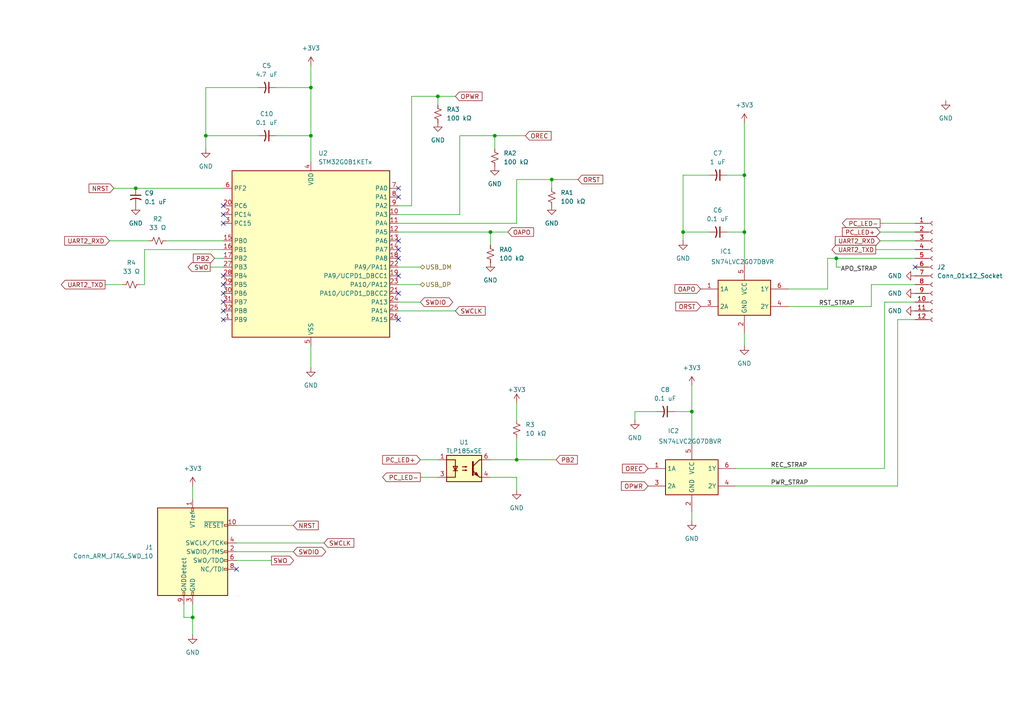
<source format=kicad_sch>
(kicad_sch (version 20250114) (generator "eeschema") (generator_version "9.0")
  (paper "A4")
  (title_block (title "Controller") (date "2025-10-22") (rev "1"))
  (lib_symbols
    (symbol "Connector:Conn_01x12_Socket" (pin_names (offset 1.016) (hide yes))
      (property "Reference" "J" (at 0 15.24 0))
      (property "Value" "Conn_01x12_Socket" (at 0 -17.78 0))
      (symbol "Conn_01x12_Socket_1_1"
        (polyline (pts (xy -1.27 12.7) (xy -0.508 12.7)) (stroke (width 0.1524)))
        (polyline (pts (xy -1.27 10.16) (xy -0.508 10.16)) (stroke (width 0.1524)))
        (polyline (pts (xy -1.27 7.62) (xy -0.508 7.62)) (stroke (width 0.1524)))
        (polyline (pts (xy -1.27 5.08) (xy -0.508 5.08)) (stroke (width 0.1524)))
        (polyline (pts (xy -1.27 2.54) (xy -0.508 2.54)) (stroke (width 0.1524)))
        (polyline (pts (xy -1.27 0) (xy -0.508 0)) (stroke (width 0.1524)))
        (polyline (pts (xy -1.27 -2.54) (xy -0.508 -2.54)) (stroke (width 0.1524)))
        (polyline (pts (xy -1.27 -5.08) (xy -0.508 -5.08)) (stroke (width 0.1524)))
        (polyline (pts (xy -1.27 -7.62) (xy -0.508 -7.62)) (stroke (width 0.1524)))
        (polyline (pts (xy -1.27 -10.16) (xy -0.508 -10.16)) (stroke (width 0.1524)))
        (polyline (pts (xy -1.27 -12.7) (xy -0.508 -12.7)) (stroke (width 0.1524)))
        (polyline (pts (xy -1.27 -15.24) (xy -0.508 -15.24)) (stroke (width 0.1524)))
        (arc (start 0 12.192) (mid -0.5058 12.7) (end 0 13.208) (stroke (width 0.1524)))
        (arc (start 0 9.652) (mid -0.5058 10.16) (end 0 10.668) (stroke (width 0.1524)))
        (arc (start 0 7.112) (mid -0.5058 7.62) (end 0 8.128) (stroke (width 0.1524)))
        (arc (start 0 4.572) (mid -0.5058 5.08) (end 0 5.588) (stroke (width 0.1524)))
        (arc (start 0 2.032) (mid -0.5058 2.54) (end 0 3.048) (stroke (width 0.1524)))
        (arc (start 0 -0.508) (mid -0.5058 0) (end 0 0.508) (stroke (width 0.1524)))
        (arc (start 0 -3.048) (mid -0.5058 -2.54) (end 0 -2.032) (stroke (width 0.1524)))
        (arc (start 0 -5.588) (mid -0.5058 -5.08) (end 0 -4.572) (stroke (width 0.1524)))
        (arc (start 0 -8.128) (mid -0.5058 -7.62) (end 0 -7.112) (stroke (width 0.1524)))
        (arc (start 0 -10.668) (mid -0.5058 -10.16) (end 0 -9.652) (stroke (width 0.1524)))
        (arc (start 0 -13.208) (mid -0.5058 -12.7) (end 0 -12.192) (stroke (width 0.1524)))
        (arc (start 0 -15.748) (mid -0.5058 -15.24) (end 0 -14.732) (stroke (width 0.1524)))
        (pin passive line (at -5.08 12.7 0) (length 3.81) (name "Pin_1") (number "1"))
        (pin passive line (at -5.08 10.16 0) (length 3.81) (name "Pin_2") (number "2"))
        (pin passive line (at -5.08 7.62 0) (length 3.81) (name "Pin_3") (number "3"))
        (pin passive line (at -5.08 5.08 0) (length 3.81) (name "Pin_4") (number "4"))
        (pin passive line (at -5.08 2.54 0) (length 3.81) (name "Pin_5") (number "5"))
        (pin passive line (at -5.08 0 0) (length 3.81) (name "Pin_6") (number "6"))
        (pin passive line (at -5.08 -2.54 0) (length 3.81) (name "Pin_7") (number "7"))
        (pin passive line (at -5.08 -5.08 0) (length 3.81) (name "Pin_8") (number "8"))
        (pin passive line (at -5.08 -7.62 0) (length 3.81) (name "Pin_9") (number "9"))
        (pin passive line (at -5.08 -10.16 0) (length 3.81) (name "Pin_10") (number "10"))
        (pin passive line (at -5.08 -12.7 0) (length 3.81) (name "Pin_11") (number "11"))
        (pin passive line (at -5.08 -15.24 0) (length 3.81) (name "Pin_12") (number "12"))
      )
    )
    (symbol "Connector:Conn_ARM_JTAG_SWD_10" (pin_names (offset 1.016))
      (property "Reference" "J2" (at -11.43 1.2701 0))
      (property "Value" "Conn_ARM_JTAG_SWD_10" (at -11.43 -1.2699 0))
      (symbol "Conn_ARM_JTAG_SWD_10_0_1"
        (rectangle (start -10.16 12.7) (end 10.16 -12.7) (stroke (width 0.254)) (fill (type background)))
        (rectangle (start -2.794 -12.7) (end -2.286 -11.684))
        (rectangle (start -0.254 12.7) (end 0.254 11.684))
        (rectangle (start -0.254 -12.7) (end 0.254 -11.684))
        (rectangle (start 9.144 2.286) (end 10.16 2.794))
        (rectangle (start 10.16 7.874) (end 9.144 7.366))
        (rectangle (start 10.16 -0.254) (end 9.144 0.254))
        (rectangle (start 10.16 -2.794) (end 9.144 -2.286))
      )
      (symbol "Conn_ARM_JTAG_SWD_10_1_1"
        (rectangle (start 9.144 -5.334) (end 10.16 -4.826))
        (pin no_connect line (at -10.16 0 0) (length 2.54) (hide yes) (name "KEY") (number "7"))
        (pin passive line (at -2.54 -15.24 90) (length 2.54) (name "GNDDetect") (number "9"))
        (pin power_in line (at 0 15.24 270) (length 2.54) (name "VTref") (number "1"))
        (pin power_in line (at 0 -15.24 90) (length 2.54) (name "GND") (number "3"))
        (pin passive line (at 0 -15.24 90) (length 2.54) (hide yes) (name "GND") (number "5"))
        (pin open_collector line (at 12.7 7.62 180) (length 2.54) (name "~{RESET}") (number "10"))
        (pin output line (at 12.7 2.54 180) (length 2.54) (name "SWCLK/TCK") (number "4"))
        (pin bidirectional line (at 12.7 0 180) (length 2.54) (name "SWDIO/TMS") (number "2"))
        (pin input line (at 12.7 -2.54 180) (length 2.54) (name "SWO/TDO") (number "6"))
        (pin output line (at 12.7 -5.08 180) (length 2.54) (name "NC/TDI") (number "8"))
      )
    )
    (symbol "Device:C_Small_US" (pin_numbers (hide yes)) (pin_names (offset 0.254) (hide yes))
      (property "Reference" "C" (at 0.254 1.778 0))
      (property "Value" "C_Small_US" (at 0.254 -2.032 0))
      (symbol "C_Small_US_0_1"
        (polyline (pts (xy -1.524 0.508) (xy 1.524 0.508)) (stroke (width 0.3048)))
        (arc (start -1.524 -0.762) (mid 0 -0.3734) (end 1.524 -0.762) (stroke (width 0.3048)))
      )
      (symbol "C_Small_US_1_1"
        (pin passive line (at 0 2.54 270) (length 2.032) (name "~") (number "1"))
        (pin passive line (at 0 -2.54 90) (length 2.032) (name "~") (number "2"))
      )
    )
    (symbol "Device:R_Small_US" (pin_numbers (hide yes)) (pin_names (offset 0.254) (hide yes))
      (property "Reference" "R" (at 0.762 0.508 0))
      (property "Value" "R_Small_US" (at 0.762 -1.016 0))
      (symbol "R_Small_US_1_1"
        (polyline (pts (xy 0 1.524) (xy 1.016 1.143) (xy 0 0.762) (xy -1.016 0.381) (xy 0 0)))
        (polyline (pts (xy 0 0) (xy 1.016 -0.381) (xy 0 -0.762) (xy -1.016 -1.143) (xy 0 -1.524)))
        (pin passive line (at 0 2.54 270) (length 1.016) (name "~") (number "1"))
        (pin passive line (at 0 -2.54 90) (length 1.016) (name "~") (number "2"))
      )
    )
    (symbol "Isolator:TLP185xSE"
      (property "Reference" "U" (at -5.08 5.08 0))
      (property "Value" "TLP185xSE" (at -5.08 -5.08 0))
      (symbol "TLP185xSE_0_1"
        (rectangle (start -5.08 3.81) (end 5.08 -3.81) (stroke (width 0.254)) (fill (type background)))
        (polyline (pts (xy -5.08 -2.54) (xy -2.54 -2.54) (xy -2.54 2.54) (xy -5.08 2.54)) (stroke (width 0.254)))
        (polyline (pts (xy -3.175 -0.635) (xy -1.905 -0.635)) (stroke (width 0.254)))
        (polyline (pts (xy -2.54 -0.635) (xy -3.175 0.635) (xy -1.905 0.635) (xy -2.54 -0.635)) (stroke (width 0.254)))
        (polyline (pts (xy -0.508 0.508) (xy 0.762 0.508) (xy 0.381 0.381) (xy 0.381 0.635) (xy 0.762 0.508)) (stroke (width 0.254)))
        (polyline (pts (xy -0.508 -0.508) (xy 0.762 -0.508) (xy 0.381 -0.635) (xy 0.381 -0.381) (xy 0.762 -0.508)) (stroke (width 0.254)))
        (polyline (pts (xy 2.54 1.905) (xy 2.54 -1.905)) (stroke (width 0.508)))
        (polyline (pts (xy 3.048 -1.651) (xy 3.556 -1.143) (xy 4.064 -2.159) (xy 3.048 -1.651)) (stroke (width 0.254)) (fill (type outline)))
        (polyline (pts (xy 5.08 2.54) (xy 4.445 2.54) (xy 2.54 0.635)) (stroke (width 0.254)))
        (polyline (pts (xy 5.08 -2.54) (xy 4.445 -2.54) (xy 2.54 -0.635)) (stroke (width 0.254)))
      )
      (symbol "TLP185xSE_1_1"
        (pin passive line (at -7.62 2.54 0) (length 2.54) (name "~") (number "1"))
        (pin passive line (at -7.62 -2.54 0) (length 2.54) (name "~") (number "3"))
        (pin passive line (at 7.62 2.54 180) (length 2.54) (name "~") (number "6"))
        (pin passive line (at 7.62 -2.54 180) (length 2.54) (name "~") (number "4"))
      )
    )
    (symbol "MCU_ST_STM32G0:STM32G0B1KETx"
      (property "Reference" "U" (at -22.86 26.67 0))
      (property "Value" "STM32G0B1KETx" (at 2.54 26.67 0))
      (symbol "STM32G0B1KETx_0_1"
        (rectangle (start -22.86 -22.86) (end 22.86 25.4) (stroke (width 0.254)) (fill (type background)))
      )
      (symbol "STM32G0B1KETx_1_1"
        (pin bidirectional line (at -25.4 20.32 0) (length 2.54) (name "PF2") (number "6"))
        (pin bidirectional line (at -25.4 15.24 0) (length 2.54) (name "PC6") (number "20"))
        (pin bidirectional line (at -25.4 12.7 0) (length 2.54) (name "PC14") (number "2"))
        (pin bidirectional line (at -25.4 10.16 0) (length 2.54) (name "PC15") (number "3"))
        (pin bidirectional line (at -25.4 5.08 0) (length 2.54) (name "PB0") (number "15"))
        (pin bidirectional line (at -25.4 2.54 0) (length 2.54) (name "PB1") (number "16"))
        (pin bidirectional line (at -25.4 0 0) (length 2.54) (name "PB2") (number "17"))
        (pin bidirectional line (at -25.4 -2.54 0) (length 2.54) (name "PB3") (number "27"))
        (pin bidirectional line (at -25.4 -5.08 0) (length 2.54) (name "PB4") (number "28"))
        (pin bidirectional line (at -25.4 -7.62 0) (length 2.54) (name "PB5") (number "29"))
        (pin bidirectional line (at -25.4 -10.16 0) (length 2.54) (name "PB6") (number "30"))
        (pin bidirectional line (at -25.4 -12.7 0) (length 2.54) (name "PB7") (number "31"))
        (pin bidirectional line (at -25.4 -15.24 0) (length 2.54) (name "PB8") (number "32"))
        (pin bidirectional line (at -25.4 -17.78 0) (length 2.54) (name "PB9") (number "1"))
        (pin power_in line (at 0 27.94 270) (length 2.54) (name "VDD") (number "4"))
        (pin power_in line (at 0 -25.4 90) (length 2.54) (name "VSS") (number "5"))
        (pin bidirectional line (at 25.4 20.32 180) (length 2.54) (name "PA0") (number "7"))
        (pin bidirectional line (at 25.4 17.78 180) (length 2.54) (name "PA1") (number "8"))
        (pin bidirectional line (at 25.4 15.24 180) (length 2.54) (name "PA2") (number "9"))
        (pin bidirectional line (at 25.4 12.7 180) (length 2.54) (name "PA3") (number "10"))
        (pin bidirectional line (at 25.4 10.16 180) (length 2.54) (name "PA4") (number "11"))
        (pin bidirectional line (at 25.4 7.62 180) (length 2.54) (name "PA5") (number "12"))
        (pin bidirectional line (at 25.4 5.08 180) (length 2.54) (name "PA6") (number "13"))
        (pin bidirectional line (at 25.4 2.54 180) (length 2.54) (name "PA7") (number "14"))
        (pin bidirectional line (at 25.4 0 180) (length 2.54) (name "PA8") (number "18"))
        (pin bidirectional line (at 25.4 -2.54 180) (length 2.54) (name "PA9/PA11") (number "22"))
        (pin bidirectional line (at 25.4 -5.08 180) (length 2.54) (name "PA9/UCPD1_DBCC1") (number "19"))
        (pin bidirectional line (at 25.4 -7.62 180) (length 2.54) (name "PA10/PA12") (number "23"))
        (pin bidirectional line (at 25.4 -10.16 180) (length 2.54) (name "PA10/UCPD1_DBCC2") (number "21"))
        (pin bidirectional line (at 25.4 -12.7 180) (length 2.54) (name "PA13") (number "24"))
        (pin bidirectional line (at 25.4 -15.24 180) (length 2.54) (name "PA14") (number "25"))
        (pin bidirectional line (at 25.4 -17.78 180) (length 2.54) (name "PA15") (number "26"))
      )
    )
    (symbol "SN74LVC2G07DBVR_1"
      (property "Reference" "IC1" (at 7.366 9.906 0))
      (property "Value" "SN74LVC2G07DBVR" (at 12.192 6.858 0))
      (symbol "SN74LVC2G07DBVR_1_1_1"
        (rectangle (start 5.08 2.54) (end 20.32 -7.62) (stroke (width 0.254)) (fill (type background)))
        (pin passive line (at 0 0 0) (length 5.08) (name "1A") (number "1"))
        (pin passive line (at 0 -5.08 0) (length 5.08) (name "2A") (number "3"))
        (pin passive line (at 12.7 7.62 270) (length 5.08) (name "VCC") (number "5"))
        (pin passive line (at 12.7 -12.7 90) (length 5.08) (name "GND") (number "2"))
        (pin passive line (at 25.4 0 180) (length 5.08) (name "1Y") (number "6"))
        (pin passive line (at 25.4 -5.08 180) (length 5.08) (name "2Y") (number "4"))
      )
    )
    (symbol "power:+3V3" (power) (pin_numbers (hide yes)) (pin_names (offset 0) (hide yes))
      (property "Value" "+3V3" (at 0 3.556 0))
      (symbol "+3V3_0_1"
        (polyline (pts (xy -0.762 1.27) (xy 0 2.54)))
        (polyline (pts (xy 0 2.54) (xy 0.762 1.27)))
        (polyline (pts (xy 0 0) (xy 0 2.54)))
      )
      (symbol "+3V3_1_1"
        (pin power_in line (at 0 0 90) (length 0) (name "~") (number "1"))
      )
    )
    (symbol "power:GND" (power) (pin_numbers (hide yes)) (pin_names (offset 0) (hide yes))
      (property "Value" "GND" (at 0 -3.81 0))
      (symbol "GND_0_1"
        (polyline (pts (xy 0 0) (xy 0 -1.27) (xy 1.27 -1.27) (xy 0 -2.54) (xy -1.27 -1.27) (xy 0 -1.27)))
      )
      (symbol "GND_1_1"
        (pin power_in line (at 0 0 270) (length 0) (name "~") (number "1"))
      )
    )
  )
  (junction (at 242.57 74.93))
  (junction (at 90.17 39.37))
  (junction (at 143.51 39.37))
  (junction (at 127 27.94))
  (junction (at 160.02 52.07))
  (junction (at 200.66 119.38))
  (junction (at 149.86 133.35))
  (junction (at 142.24 67.31))
  (junction (at 215.9 50.8))
  (junction (at 55.88 179.07))
  (junction (at 39.37 54.61))
  (junction (at 90.17 25.4))
  (junction (at 215.9 67.31))
  (junction (at 59.69 39.37))
  (junction (at 198.12 67.31))
  (no_connect (at 115.57 72.39))
  (no_connect (at 115.57 54.61))
  (no_connect (at 64.77 80.01))
  (no_connect (at 115.57 57.15))
  (no_connect (at 115.57 69.85))
  (no_connect (at 64.77 62.23))
  (no_connect (at 115.57 92.71))
  (no_connect (at 64.77 59.69))
  (no_connect (at 64.77 92.71))
  (no_connect (at 64.77 87.63))
  (no_connect (at 115.57 80.01))
  (no_connect (at 68.58 165.1))
  (no_connect (at 265.43 77.47))
  (no_connect (at 64.77 64.77))
  (no_connect (at 64.77 85.09))
  (no_connect (at 64.77 90.17))
  (no_connect (at 64.77 82.55))
  (no_connect (at 115.57 85.09))
  (no_connect (at 115.57 74.93))
  (wire (pts (xy 149.86 133.35) (xy 161.29 133.35)))
  (wire (pts (xy 215.9 96.52) (xy 215.9 100.33)))
  (wire (pts (xy 198.12 67.31) (xy 205.74 67.31)))
  (wire (pts (xy 200.66 111.76) (xy 200.66 119.38)))
  (wire (pts (xy 142.24 138.43) (xy 149.86 138.43)))
  (wire (pts (xy 127 27.94) (xy 127 30.48)))
  (wire (pts (xy 160.02 52.07) (xy 160.02 54.61)))
  (wire (pts (xy 48.26 69.85) (xy 64.77 69.85)))
  (wire (pts (xy 198.12 69.85) (xy 198.12 67.31)))
  (wire (pts (xy 90.17 19.05) (xy 90.17 25.4)))
  (wire (pts (xy 115.57 67.31) (xy 142.24 67.31)))
  (wire (pts (xy 115.57 59.69) (xy 119.38 59.69)))
  (wire (pts (xy 80.01 39.37) (xy 90.17 39.37)))
  (wire (pts (xy 119.38 27.94) (xy 119.38 59.69)))
  (wire (pts (xy 115.57 87.63) (xy 121.92 87.63)))
  (wire (pts (xy 115.57 82.55) (xy 121.92 82.55)))
  (wire (pts (xy 252.73 88.9) (xy 252.73 82.55)))
  (wire (pts (xy 143.51 39.37) (xy 152.4 39.37)))
  (wire (pts (xy 62.23 74.93) (xy 64.77 74.93)))
  (wire (pts (xy 119.38 27.94) (xy 127 27.94)))
  (wire (pts (xy 242.57 77.47) (xy 242.57 74.93)))
  (wire (pts (xy 115.57 62.23) (xy 133.35 62.23)))
  (wire (pts (xy 142.24 133.35) (xy 149.86 133.35)))
  (wire (pts (xy 228.6 88.9) (xy 252.73 88.9)))
  (wire (pts (xy 252.73 82.55) (xy 265.43 82.55)))
  (wire (pts (xy 115.57 77.47) (xy 121.92 77.47)))
  (wire (pts (xy 133.35 39.37) (xy 143.51 39.37)))
  (wire (pts (xy 149.86 138.43) (xy 149.86 142.24)))
  (wire (pts (xy 121.92 133.35) (xy 127 133.35)))
  (wire (pts (xy 210.82 67.31) (xy 215.9 67.31)))
  (wire (pts (xy 243.84 77.47) (xy 242.57 77.47)))
  (wire (pts (xy 240.03 83.82) (xy 228.6 83.82)))
  (wire (pts (xy 115.57 64.77) (xy 149.86 64.77)))
  (wire (pts (xy 53.34 179.07) (xy 55.88 179.07)))
  (wire (pts (xy 215.9 35.56) (xy 215.9 50.8)))
  (wire (pts (xy 142.24 67.31) (xy 142.24 71.12)))
  (wire (pts (xy 242.57 74.93) (xy 265.43 74.93)))
  (wire (pts (xy 41.91 82.55) (xy 41.91 72.39)))
  (wire (pts (xy 127 27.94) (xy 132.08 27.94)))
  (wire (pts (xy 184.15 119.38) (xy 190.5 119.38)))
  (wire (pts (xy 256.54 87.63) (xy 265.43 87.63)))
  (wire (pts (xy 68.58 157.48) (xy 93.98 157.48)))
  (wire (pts (xy 115.57 90.17) (xy 132.08 90.17)))
  (wire (pts (xy 55.88 179.07) (xy 55.88 184.15)))
  (wire (pts (xy 59.69 39.37) (xy 59.69 43.18)))
  (wire (pts (xy 33.02 54.61) (xy 39.37 54.61)))
  (wire (pts (xy 149.86 116.84) (xy 149.86 121.92)))
  (wire (pts (xy 215.9 50.8) (xy 215.9 67.31)))
  (wire (pts (xy 68.58 162.56) (xy 78.74 162.56)))
  (wire (pts (xy 40.64 82.55) (xy 41.91 82.55)))
  (wire (pts (xy 80.01 25.4) (xy 90.17 25.4)))
  (wire (pts (xy 68.58 152.4) (xy 85.09 152.4)))
  (wire (pts (xy 68.58 160.02) (xy 85.09 160.02)))
  (wire (pts (xy 213.36 140.97) (xy 260.35 140.97)))
  (wire (pts (xy 256.54 135.89) (xy 256.54 87.63)))
  (wire (pts (xy 90.17 100.33) (xy 90.17 106.68)))
  (wire (pts (xy 133.35 62.23) (xy 133.35 39.37)))
  (wire (pts (xy 198.12 50.8) (xy 198.12 67.31)))
  (wire (pts (xy 121.92 138.43) (xy 127 138.43)))
  (wire (pts (xy 74.93 25.4) (xy 59.69 25.4)))
  (wire (pts (xy 74.93 39.37) (xy 59.69 39.37)))
  (wire (pts (xy 215.9 50.8) (xy 210.82 50.8)))
  (wire (pts (xy 39.37 54.61) (xy 64.77 54.61)))
  (wire (pts (xy 55.88 175.26) (xy 55.88 179.07)))
  (wire (pts (xy 31.75 69.85) (xy 43.18 69.85)))
  (wire (pts (xy 254 72.39) (xy 265.43 72.39)))
  (wire (pts (xy 149.86 52.07) (xy 160.02 52.07)))
  (wire (pts (xy 200.66 148.59) (xy 200.66 151.13)))
  (wire (pts (xy 53.34 175.26) (xy 53.34 179.07)))
  (wire (pts (xy 184.15 121.92) (xy 184.15 119.38)))
  (wire (pts (xy 260.35 92.71) (xy 265.43 92.71)))
  (wire (pts (xy 149.86 64.77) (xy 149.86 52.07)))
  (wire (pts (xy 60.96 77.47) (xy 64.77 77.47)))
  (wire (pts (xy 240.03 74.93) (xy 240.03 83.82)))
  (wire (pts (xy 90.17 39.37) (xy 90.17 46.99)))
  (wire (pts (xy 160.02 52.07) (xy 167.64 52.07)))
  (wire (pts (xy 90.17 25.4) (xy 90.17 39.37)))
  (wire (pts (xy 200.66 119.38) (xy 200.66 128.27)))
  (wire (pts (xy 255.27 64.77) (xy 265.43 64.77)))
  (wire (pts (xy 59.69 25.4) (xy 59.69 39.37)))
  (wire (pts (xy 255.27 69.85) (xy 265.43 69.85)))
  (wire (pts (xy 213.36 135.89) (xy 256.54 135.89)))
  (wire (pts (xy 195.58 119.38) (xy 200.66 119.38)))
  (wire (pts (xy 30.48 82.55) (xy 35.56 82.55)))
  (wire (pts (xy 55.88 140.97) (xy 55.88 144.78)))
  (wire (pts (xy 240.03 74.93) (xy 242.57 74.93)))
  (wire (pts (xy 41.91 72.39) (xy 64.77 72.39)))
  (wire (pts (xy 205.74 50.8) (xy 198.12 50.8)))
  (wire (pts (xy 255.27 67.31) (xy 265.43 67.31)))
  (wire (pts (xy 215.9 67.31) (xy 215.9 76.2)))
  (wire (pts (xy 142.24 67.31) (xy 147.32 67.31)))
  (wire (pts (xy 260.35 140.97) (xy 260.35 92.71)))
  (wire (pts (xy 143.51 39.37) (xy 143.51 43.18)))
  (wire (pts (xy 149.86 127) (xy 149.86 133.35)))
  (label "PWR_STRAP" (at 223.52 140.97 0))
  (label "APO_STRAP" (at 243.84 77.47 0))
  (label "REC_STRAP" (at 223.52 135.89 0))
  (label "RST_STRAP" (at 237.49 88.9 0))
  (global_label "UART2_RXD" (shape input) (at 31.75 69.85 180) (property "Intersheetrefs" "${INTERSHEET_REFS}" (effects (hide yes))))
  (global_label "OREC" (shape input) (at 152.4 39.37 0) (property "Intersheetrefs" "${INTERSHEET_REFS}" (effects (hide yes))))
  (global_label "SWCLK" (shape input) (at 132.08 90.17 0) (property "Intersheetrefs" "${INTERSHEET_REFS}" (effects (hide yes))))
  (global_label "UART2_TXD" (shape output) (at 30.48 82.55 180) (property "Intersheetrefs" "${INTERSHEET_REFS}" (effects (hide yes))))
  (global_label "SWDIO" (shape bidirectional) (at 85.09 160.02 0) (property "Intersheetrefs" "${INTERSHEET_REFS}" (effects (hide yes))))
  (global_label "SWO" (shape output) (at 78.74 162.56 0) (property "Intersheetrefs" "${INTERSHEET_REFS}" (effects (hide yes))))
  (global_label "SWO" (shape output) (at 60.96 77.47 180) (property "Intersheetrefs" "${INTERSHEET_REFS}" (effects (hide yes))))
  (global_label "PC_LED-" (shape output) (at 121.92 138.43 180) (property "Intersheetrefs" "${INTERSHEET_REFS}" (effects (hide yes))))
  (global_label "ORST" (shape input) (at 203.2 88.9 180) (property "Intersheetrefs" "${INTERSHEET_REFS}" (effects (hide yes))))
  (global_label "NRST" (shape input) (at 33.02 54.61 180) (property "Intersheetrefs" "${INTERSHEET_REFS}" (effects (hide yes))))
  (global_label "OPWR" (shape input) (at 187.96 140.97 180) (property "Intersheetrefs" "${INTERSHEET_REFS}" (effects (hide yes))))
  (global_label "ORST" (shape input) (at 167.64 52.07 0) (property "Intersheetrefs" "${INTERSHEET_REFS}" (effects (hide yes))))
  (global_label "SWDIO" (shape bidirectional) (at 121.92 87.63 0) (property "Intersheetrefs" "${INTERSHEET_REFS}" (effects (hide yes))))
  (global_label "SWCLK" (shape input) (at 93.98 157.48 0) (property "Intersheetrefs" "${INTERSHEET_REFS}" (effects (hide yes))))
  (global_label "PB2" (shape input) (at 62.23 74.93 180) (property "Intersheetrefs" "${INTERSHEET_REFS}" (effects (hide yes))))
  (global_label "OAPO" (shape input) (at 147.32 67.31 0) (property "Intersheetrefs" "${INTERSHEET_REFS}" (effects (hide yes))))
  (global_label "PC_LED-" (shape output) (at 255.27 64.77 180) (property "Intersheetrefs" "${INTERSHEET_REFS}" (effects (hide yes))))
  (global_label "PC_LED+" (shape input) (at 121.92 133.35 180) (property "Intersheetrefs" "${INTERSHEET_REFS}" (effects (hide yes))))
  (global_label "PC_LED+" (shape input) (at 255.27 67.31 180) (property "Intersheetrefs" "${INTERSHEET_REFS}" (effects (hide yes))))
  (global_label "OPWR" (shape input) (at 132.08 27.94 0) (property "Intersheetrefs" "${INTERSHEET_REFS}" (effects (hide yes))))
  (global_label "UART2_TXD" (shape output) (at 254 72.39 180) (property "Intersheetrefs" "${INTERSHEET_REFS}" (effects (hide yes))))
  (global_label "OREC" (shape input) (at 187.96 135.89 180) (property "Intersheetrefs" "${INTERSHEET_REFS}" (effects (hide yes))))
  (global_label "NRST" (shape input) (at 85.09 152.4 0) (property "Intersheetrefs" "${INTERSHEET_REFS}" (effects (hide yes))))
  (global_label "UART2_RXD" (shape input) (at 255.27 69.85 180) (property "Intersheetrefs" "${INTERSHEET_REFS}" (effects (hide yes))))
  (global_label "PB2" (shape input) (at 161.29 133.35 0) (property "Intersheetrefs" "${INTERSHEET_REFS}" (effects (hide yes))))
  (global_label "OAPO" (shape input) (at 203.2 83.82 180) (property "Intersheetrefs" "${INTERSHEET_REFS}" (effects (hide yes))))
  (hierarchical_label "USB_DM" (shape bidirectional) (at 121.92 77.47 0))
  (hierarchical_label "USB_DP" (shape bidirectional) (at 121.92 82.55 0))
  (symbol (lib_id "Device:R_Small_US") (at 149.86 124.46 0) (unit 1)
    (property "Reference" "R3" (at 152.4 123.1899 0) (effects (justify left)))
    (property "Value" "10 kΩ" (at 152.4 125.7299 0) (effects (justify left)))
    (property "Footprint" "Resistor_SMD:R_0805_2012Metric_Pad1.20x1.40mm_HandSolder" (effects (hide yes)))
  )
  (symbol (lib_id "Device:R_Small_US") (at 127 33.02 0) (unit 1)
    (property "Reference" "RA3" (at 129.54 31.7499 0) (effects (justify left)))
    (property "Value" "100 kΩ" (at 129.54 34.2899 0) (effects (justify left)))
    (property "Footprint" "Resistor_SMD:R_0805_2012Metric_Pad1.20x1.40mm_HandSolder" (effects (hide yes)))
  )
  (symbol (lib_id "power:GND") (at 59.69 43.18 0) (unit 1)
    (property "Reference" "#PWR020" (effects (hide yes)))
    (property "Value" "GND" (at 59.69 48.26 0))
    (property "Description" "Power symbol creates a global label with name \"GND\" , ground" (effects (hide yes)))
  )
  (symbol (lib_id "Device:R_Small_US") (at 160.02 57.15 0) (unit 1)
    (property "Reference" "RA1" (at 162.56 55.8799 0) (effects (justify left)))
    (property "Value" "100 kΩ" (at 162.56 58.4199 0) (effects (justify left)))
    (property "Footprint" "Resistor_SMD:R_0805_2012Metric_Pad1.20x1.40mm_HandSolder" (effects (hide yes)))
  )
  (symbol (lib_id "power:+3V3") (at 149.86 116.84 0) (unit 1)
    (property "Reference" "#PWR028" (effects (hide yes)))
    (property "Value" "+3V3" (at 149.86 113.03 0))
    (property "Description" "Power symbol creates a global label with name \"+3V3\"" (effects (hide yes)))
  )
  (symbol (lib_id "power:GND") (at 39.37 59.69 0) (unit 1)
    (property "Reference" "#PWR09" (effects (hide yes)))
    (property "Value" "GND" (at 39.37 64.77 0))
    (property "Description" "Power symbol creates a global label with name \"GND\" , ground" (effects (hide yes)))
  )
  (symbol (lib_id "power:GND") (at 143.51 48.26 0) (unit 1)
    (property "Reference" "#PWR012" (effects (hide yes)))
    (property "Value" "GND" (at 143.51 53.34 0))
    (property "Description" "Power symbol creates a global label with name \"GND\" , ground" (effects (hide yes)))
  )
  (symbol (lib_id "Connector:Conn_ARM_JTAG_SWD_10") (at 55.88 160.02 0) (unit 1)
    (property "Reference" "J1" (at 44.45 158.7499 0) (effects (justify right)))
    (property "Value" "Conn_ARM_JTAG_SWD_10" (at 44.45 161.2899 0) (effects (justify right)))
    (property "Footprint" "Connector_PinHeader_1.27mm:PinHeader_2x05_P1.27mm_Vertical" (effects (hide yes)))
    (property "Datasheet" "http://infocenter.arm.com/help/topic/com.arm.doc.ddi0314h/DDI0314H_coresight_components_trm.pdf" (effects (hide yes)))
    (property "Description" "Cortex Debug Connector, standard ARM Cortex-M SWD and JTAG interface" (effects (hide yes)))
  )
  (symbol (lib_id "power:GND") (at 274.32 29.21 0) (unit 1)
    (property "Reference" "#PWR027" (effects (hide yes)))
    (property "Value" "GND" (at 274.32 34.29 0))
    (property "Description" "Power symbol creates a global label with name \"GND\" , ground" (effects (hide yes)))
  )
  (symbol (lib_id "Device:C_Small_US") (at 39.37 57.15 0) (unit 1)
    (property "Reference" "C9" (at 41.91 56.0069 0) (effects (justify left)))
    (property "Value" "0.1 uF" (at 41.91 58.5469 0) (effects (justify left)))
    (property "Footprint" "Capacitor_SMD:C_0603_1608Metric_Pad1.08x0.95mm_HandSolder" (effects (hide yes)))
    (property "Description" "capacitor, small US symbol" (effects (hide yes)))
  )
  (symbol (lib_id "Device:R_Small_US") (at 45.72 69.85 90) (unit 1)
    (property "Reference" "R2" (at 45.72 63.5 90))
    (property "Value" "33 Ω" (at 45.72 66.04 90))
    (property "Footprint" "Resistor_SMD:R_0805_2012Metric_Pad1.20x1.40mm_HandSolder" (effects (hide yes)))
  )
  (symbol (lib_id "power:+3V3") (at 200.66 111.76 0) (unit 1)
    (property "Reference" "#PWR016" (effects (hide yes)))
    (property "Value" "+3V3" (at 200.66 106.68 0))
    (property "Description" "Power symbol creates a global label with name \"+3V3\"" (effects (hide yes)))
  )
  (symbol (lib_id "power:GND") (at 200.66 151.13 0) (unit 1)
    (property "Reference" "#PWR017" (effects (hide yes)))
    (property "Value" "GND" (at 200.66 156.21 0))
    (property "Description" "Power symbol creates a global label with name \"GND\" , ground" (effects (hide yes)))
  )
  (symbol (lib_id "Device:R_Small_US") (at 142.24 73.66 0) (unit 1)
    (property "Reference" "RA0" (at 144.78 72.3899 0) (effects (justify left)))
    (property "Value" "100 kΩ" (at 144.78 74.9299 0) (effects (justify left)))
    (property "Footprint" "Resistor_SMD:R_0805_2012Metric_Pad1.20x1.40mm_HandSolder" (effects (hide yes)))
  )
  (symbol (lib_name "SN74LVC2G07DBVR_1") (lib_id "SamacSys:SN74LVC2G07DBVR") (at 203.2 83.82 0) (unit 1)
    (property "Reference" "IC1" (at 210.566 72.898 0))
    (property "Value" "SN74LVC2G07DBVR" (at 215.392 75.946 0))
    (property "Footprint" "SamacSys:SOT95P280X145-6N" (effects (hide yes)))
    (property "Datasheet" "http://componentsearchengine.com/Datasheets/3/SN74LVC2G07DBVR.pdf" (effects (hide yes)))
    (property "Description" "DUAL BUFFER/DRIVER WITH OPEN-DRAIN OUTPUTS" (effects (hide yes)))
    (property "Height" "1.45" (effects (hide yes)))
    (property "Manufacturer_Name" "Texas Instruments" (effects (hide yes)))
    (property "Manufacturer_Part_Number" "SN74LVC2G07DBVR" (effects (hide yes)))
    (property "Mouser Part Number" "595-SN74LVC2G07DBVR" (effects (hide yes)))
    (property "Mouser Price/Stock" "https://www.mouser.co.uk/ProductDetail/Texas-Instruments/SN74LVC2G07DBVR?qs=FM6NhYOeeBWEr7ZhSeFsUg%3D%3D" (effects (hide yes)))
    (property "Arrow Part Number" "SN74LVC2G07DBVR" (effects (hide yes)))
    (property "Arrow Price/Stock" "https://www.arrow.com/en/products/sn74lvc2g07dbvr/texas-instruments?region=nac" (effects (hide yes)))
  )
  (symbol (lib_id "Device:R_Small_US") (at 38.1 82.55 90) (unit 1)
    (property "Reference" "R4" (at 38.1 76.2 90))
    (property "Value" "33 Ω" (at 38.1 78.74 90))
    (property "Footprint" "Resistor_SMD:R_0805_2012Metric_Pad1.20x1.40mm_HandSolder" (effects (hide yes)))
  )
  (symbol (lib_id "power:GND") (at 198.12 69.85 0) (unit 1)
    (property "Reference" "#PWR018" (effects (hide yes)))
    (property "Value" "GND" (at 198.12 74.93 0))
    (property "Description" "Power symbol creates a global label with name \"GND\" , ground" (effects (hide yes)))
  )
  (symbol (lib_id "power:GND") (at 149.86 142.24 0) (unit 1)
    (property "Reference" "#PWR026" (effects (hide yes)))
    (property "Value" "GND" (at 149.86 147.32 0))
    (property "Description" "Power symbol creates a global label with name \"GND\" , ground" (effects (hide yes)))
  )
  (symbol (lib_name "SN74LVC2G07DBVR_1") (lib_id "SamacSys:SN74LVC2G07DBVR") (at 187.96 135.89 0) (unit 1)
    (property "Reference" "IC2" (at 195.326 124.968 0))
    (property "Value" "SN74LVC2G07DBVR" (at 200.152 128.016 0))
    (property "Footprint" "SamacSys:SOT95P280X145-6N" (effects (hide yes)))
    (property "Datasheet" "http://componentsearchengine.com/Datasheets/3/SN74LVC2G07DBVR.pdf" (effects (hide yes)))
    (property "Description" "DUAL BUFFER/DRIVER WITH OPEN-DRAIN OUTPUTS" (effects (hide yes)))
    (property "Height" "1.45" (effects (hide yes)))
    (property "Manufacturer_Name" "Texas Instruments" (effects (hide yes)))
    (property "Manufacturer_Part_Number" "SN74LVC2G07DBVR" (effects (hide yes)))
    (property "Mouser Part Number" "595-SN74LVC2G07DBVR" (effects (hide yes)))
    (property "Mouser Price/Stock" "https://www.mouser.co.uk/ProductDetail/Texas-Instruments/SN74LVC2G07DBVR?qs=FM6NhYOeeBWEr7ZhSeFsUg%3D%3D" (effects (hide yes)))
    (property "Arrow Part Number" "SN74LVC2G07DBVR" (effects (hide yes)))
    (property "Arrow Price/Stock" "https://www.arrow.com/en/products/sn74lvc2g07dbvr/texas-instruments?region=nac" (effects (hide yes)))
  )
  (symbol (lib_id "power:GND") (at 142.24 76.2 0) (unit 1)
    (property "Reference" "#PWR010" (effects (hide yes)))
    (property "Value" "GND" (at 142.24 81.28 0))
    (property "Description" "Power symbol creates a global label with name \"GND\" , ground" (effects (hide yes)))
  )
  (symbol (lib_id "Device:R_Small_US") (at 143.51 45.72 0) (unit 1)
    (property "Reference" "RA2" (at 146.05 44.4499 0) (effects (justify left)))
    (property "Value" "100 kΩ" (at 146.05 46.9899 0) (effects (justify left)))
    (property "Footprint" "Resistor_SMD:R_0805_2012Metric_Pad1.20x1.40mm_HandSolder" (effects (hide yes)))
  )
  (symbol (lib_id "Device:C_Small_US") (at 193.04 119.38 270) (unit 1)
    (property "Reference" "C8" (at 192.913 113.03 90))
    (property "Value" "0.1 uF" (at 192.913 115.57 90))
    (property "Footprint" "Capacitor_SMD:C_0805_2012Metric_Pad1.18x1.45mm_HandSolder" (effects (hide yes)))
  )
  (symbol (lib_id "power:GND") (at 265.43 80.01 270) (unit 1)
    (property "Reference" "#PWR031" (effects (hide yes)))
    (property "Value" "GND" (at 261.62 80.0099 90) (effects (justify right)))
    (property "Description" "Power symbol creates a global label with name \"GND\" , ground" (effects (hide yes)))
  )
  (symbol (lib_id "power:+3V3") (at 215.9 35.56 0) (unit 1)
    (property "Reference" "#PWR015" (effects (hide yes)))
    (property "Value" "+3V3" (at 215.9 30.48 0))
    (property "Description" "Power symbol creates a global label with name \"+3V3\"" (effects (hide yes)))
  )
  (symbol (lib_id "power:GND") (at 127 35.56 0) (unit 1)
    (property "Reference" "#PWR011" (effects (hide yes)))
    (property "Value" "GND" (at 127 40.64 0))
    (property "Description" "Power symbol creates a global label with name \"GND\" , ground" (effects (hide yes)))
  )
  (symbol (lib_id "power:GND") (at 90.17 106.68 0) (unit 1)
    (property "Reference" "#PWR08" (effects (hide yes)))
    (property "Value" "GND" (at 90.17 111.76 0))
    (property "Description" "Power symbol creates a global label with name \"GND\" , ground" (effects (hide yes)))
  )
  (symbol (lib_id "Isolator:TLP185xSE") (at 134.62 135.89 0) (unit 1)
    (property "Reference" "U1" (at 134.62 128.27 0))
    (property "Value" "TLP185xSE" (at 134.62 130.81 0))
    (property "Footprint" "Package_SO:SOIC-4_4.55x3.7mm_P2.54mm" (effects (hide yes)))
    (property "Datasheet" "https://toshiba.semicon-storage.com/info/docget.jsp?did=14111&prodName=TLP185(SE" (effects (hide yes)))
    (property "Description" "DC Optocoupler, Vce 80V, CTR 50-100%, SOIC-4-6 (MFSOP-4-6)" (effects (hide yes)))
  )
  (symbol (lib_id "power:GND") (at 215.9 100.33 0) (unit 1)
    (property "Reference" "#PWR014" (effects (hide yes)))
    (property "Value" "GND" (at 215.9 105.41 0))
    (property "Description" "Power symbol creates a global label with name \"GND\" , ground" (effects (hide yes)))
  )
  (symbol (lib_id "power:GND") (at 265.43 85.09 270) (unit 1)
    (property "Reference" "#PWR032" (effects (hide yes)))
    (property "Value" "GND" (at 261.62 85.0899 90) (effects (justify right)))
    (property "Description" "Power symbol creates a global label with name \"GND\" , ground" (effects (hide yes)))
  )
  (symbol (lib_id "power:+3V3") (at 55.88 140.97 0) (unit 1)
    (property "Reference" "#PWR06" (effects (hide yes)))
    (property "Value" "+3V3" (at 55.88 135.89 0))
    (property "Description" "Power symbol creates a global label with name \"+3V3\"" (effects (hide yes)))
  )
  (symbol (lib_id "Device:C_Small_US") (at 208.28 50.8 270) (unit 1)
    (property "Reference" "C7" (at 208.153 44.45 90))
    (property "Value" "1 uF" (at 208.153 46.99 90))
    (property "Footprint" "Capacitor_SMD:C_0805_2012Metric_Pad1.18x1.45mm_HandSolder" (effects (hide yes)))
  )
  (symbol (lib_id "Device:C_Small_US") (at 77.47 25.4 270) (unit 1)
    (property "Reference" "C5" (at 77.343 19.05 90))
    (property "Value" "4.7 uF" (at 77.343 21.59 90))
    (property "Footprint" "Capacitor_SMD:C_0805_2012Metric_Pad1.18x1.45mm_HandSolder" (effects (hide yes)))
    (property "Description" "capacitor, small US symbol" (effects (hide yes)))
  )
  (symbol (lib_id "Device:C_Small_US") (at 77.47 39.37 270) (unit 1)
    (property "Reference" "C10" (at 77.343 33.02 90))
    (property "Value" "0.1 uF" (at 77.343 35.56 90))
    (property "Footprint" "Capacitor_SMD:C_0603_1608Metric_Pad1.08x0.95mm_HandSolder" (effects (hide yes)))
    (property "Description" "capacitor, small US symbol" (effects (hide yes)))
  )
  (symbol (lib_id "power:GND") (at 265.43 90.17 270) (unit 1)
    (property "Reference" "#PWR033" (effects (hide yes)))
    (property "Value" "GND" (at 261.62 90.1699 90) (effects (justify right)))
    (property "Description" "Power symbol creates a global label with name \"GND\" , ground" (effects (hide yes)))
  )
  (symbol (lib_id "Device:C_Small_US") (at 208.28 67.31 270) (unit 1)
    (property "Reference" "C6" (at 208.153 60.96 90))
    (property "Value" "0.1 uF" (at 208.153 63.5 90))
    (property "Footprint" "Capacitor_SMD:C_0805_2012Metric_Pad1.18x1.45mm_HandSolder" (effects (hide yes)))
  )
  (symbol (lib_id "power:GND") (at 160.02 59.69 0) (unit 1)
    (property "Reference" "#PWR013" (effects (hide yes)))
    (property "Value" "GND" (at 160.02 64.77 0))
    (property "Description" "Power symbol creates a global label with name \"GND\" , ground" (effects (hide yes)))
  )
  (symbol (lib_id "Connector:Conn_01x12_Socket") (at 270.51 77.47 0) (unit 1)
    (property "Reference" "J2" (at 271.78 77.4699 0) (effects (justify left)))
    (property "Value" "Conn_01x12_Socket" (at 271.78 80.0099 0) (effects (justify left)))
    (property "Footprint" "Connector_PinSocket_2.54mm:PinSocket_1x12_P2.54mm_Horizontal" (effects (hide yes)))
    (property "Description" "Generic connector, single row, 01x12, script generated" (effects (hide yes)))
  )
  (symbol (lib_id "power:+3V3") (at 90.17 19.05 0) (unit 1)
    (property "Reference" "#PWR07" (effects (hide yes)))
    (property "Value" "+3V3" (at 90.17 13.97 0))
    (property "Description" "Power symbol creates a global label with name \"+3V3\"" (effects (hide yes)))
  )
  (symbol (lib_id "power:GND") (at 184.15 121.92 0) (unit 1)
    (property "Reference" "#PWR019" (effects (hide yes)))
    (property "Value" "GND" (at 184.15 127 0))
    (property "Description" "Power symbol creates a global label with name \"GND\" , ground" (effects (hide yes)))
  )
  (symbol (lib_id "MCU_ST_STM32G0:STM32G0B1KETx") (at 90.17 74.93 0) (unit 1)
    (property "Reference" "U2" (at 92.3133 44.45 0) (effects (justify left)))
    (property "Value" "STM32G0B1KETx" (at 92.3133 46.99 0) (effects (justify left)))
    (property "Footprint" "Package_QFP:LQFP-32_7x7mm_P0.8mm" (effects (hide yes)))
    (property "Datasheet" "https://www.st.com/resource/en/datasheet/stm32g0b1ke.pdf" (effects (hide yes)))
    (property "Description" "STMicroelectronics Arm Cortex-M0+ MCU, 512KB flash, 144KB RAM, 64 MHz, 1.7-3.6V, 30 GPIO, LQFP32" (effects (hide yes)))
  )
  (symbol (lib_id "power:GND") (at 55.88 184.15 0) (unit 1)
    (property "Reference" "#PWR05" (effects (hide yes)))
    (property "Value" "GND" (at 55.88 189.23 0))
    (property "Description" "Power symbol creates a global label with name \"GND\" , ground" (effects (hide yes)))
  )
)
</source>
